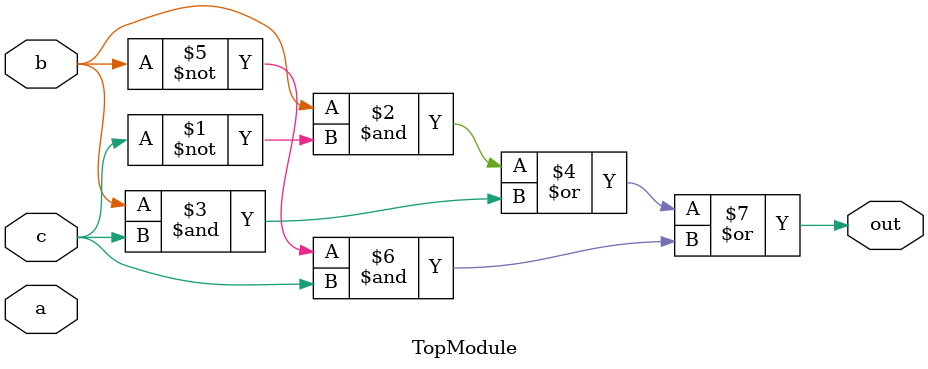
<source format=sv>

module TopModule (
    input  wire a,
    input  wire b,
    input  wire c,
    output wire out
);

assign out = (b & ~c) | (b & c) | (~b & c); // out = b'c + bc + ac

endmodule
</source>
